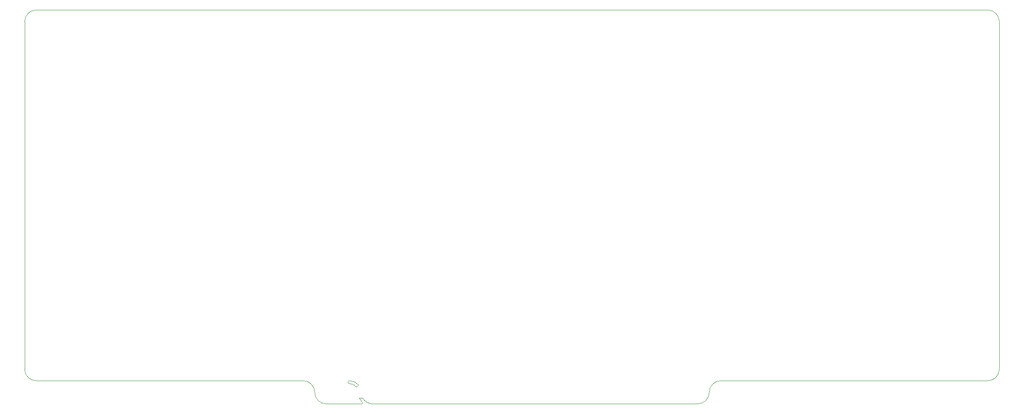
<source format=gm1>
%TF.GenerationSoftware,KiCad,Pcbnew,7.0.6*%
%TF.CreationDate,2023-10-07T13:08:40-04:00*%
%TF.ProjectId,cutiepie2040-ortho-hotswap-solder-pcb,63757469-6570-4696-9532-3034302d6f72,rev?*%
%TF.SameCoordinates,Original*%
%TF.FileFunction,Profile,NP*%
%FSLAX46Y46*%
G04 Gerber Fmt 4.6, Leading zero omitted, Abs format (unit mm)*
G04 Created by KiCad (PCBNEW 7.0.6) date 2023-10-07 13:08:40*
%MOMM*%
%LPD*%
G01*
G04 APERTURE LIST*
%TA.AperFunction,Profile*%
%ADD10C,0.100000*%
%TD*%
G04 APERTURE END LIST*
D10*
X184547030Y-117871974D02*
X239315826Y-117871974D01*
X241697090Y-44053162D02*
G75*
G03*
X239315826Y-41671910I-2381290J-38D01*
G01*
X241697078Y-44053162D02*
X241697078Y-115490722D01*
X239315826Y-41671910D02*
X44053162Y-41671910D01*
X184547030Y-117871978D02*
G75*
G03*
X182165778Y-120253226I-30J-2381222D01*
G01*
X98822124Y-117872172D02*
X44053162Y-117871974D01*
X41671910Y-44053162D02*
X41671910Y-115490722D01*
X113109660Y-122634684D02*
X179784828Y-122634684D01*
X179784526Y-122634478D02*
G75*
G03*
X182165778Y-120253226I-26J2381278D01*
G01*
X239315826Y-117871978D02*
G75*
G03*
X241697078Y-115490722I-26J2381278D01*
G01*
X41671926Y-115490722D02*
G75*
G03*
X44053162Y-117871974I2381274J22D01*
G01*
X44053162Y-41671910D02*
G75*
G03*
X41671910Y-44053162I-2J-2381250D01*
G01*
%TO.C,H1*%
X110325023Y-121434862D02*
G75*
G03*
X111019245Y-122363668I2464534J1118231D01*
G01*
X110906991Y-122634682D02*
G75*
G03*
X111019244Y-122363669I2J158753D01*
G01*
X103584636Y-122634684D02*
X110906991Y-122634684D01*
X109741734Y-119137759D02*
X110176480Y-118728985D01*
X110325022Y-121434862D02*
X111042151Y-121434862D01*
X101203376Y-120253424D02*
G75*
G03*
X98822124Y-117872172I-2381253J-1D01*
G01*
X101203376Y-120253424D02*
G75*
G03*
X103584628Y-122634676I2381260J8D01*
G01*
X110176479Y-118728985D02*
G75*
G03*
X108347148Y-117872172I-1829338J-1524457D01*
G01*
X108347148Y-117872172D02*
G75*
G03*
X108347148Y-118467486I1J-297657D01*
G01*
X109741734Y-119137759D02*
G75*
G03*
X108347148Y-118467486I-1394636J-1115771D01*
G01*
X111042153Y-121434861D02*
G75*
G03*
X113109660Y-122634684I2067508J1181429D01*
G01*
%TD*%
M02*

</source>
